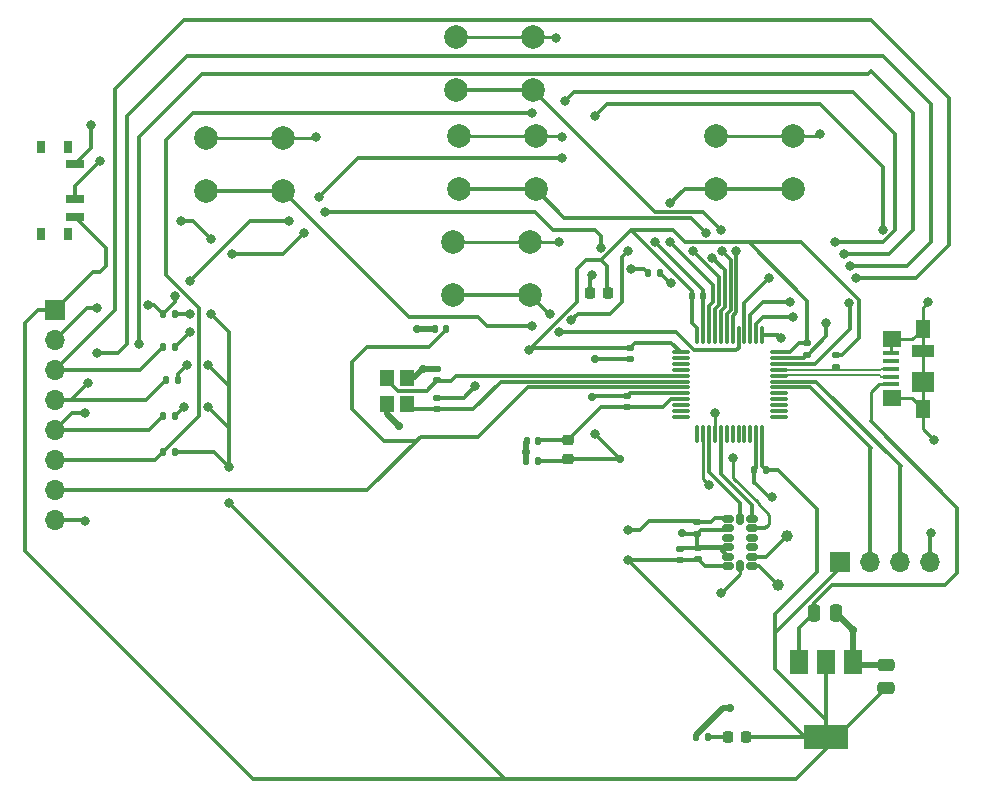
<source format=gbr>
%TF.GenerationSoftware,KiCad,Pcbnew,(6.0.6)*%
%TF.CreationDate,2022-07-21T13:44:36+08:00*%
%TF.ProjectId,graccel_mouse,67726163-6365-46c5-9f6d-6f7573652e6b,v0.1*%
%TF.SameCoordinates,Original*%
%TF.FileFunction,Copper,L1,Top*%
%TF.FilePolarity,Positive*%
%FSLAX46Y46*%
G04 Gerber Fmt 4.6, Leading zero omitted, Abs format (unit mm)*
G04 Created by KiCad (PCBNEW (6.0.6)) date 2022-07-21 13:44:36*
%MOMM*%
%LPD*%
G01*
G04 APERTURE LIST*
G04 Aperture macros list*
%AMRoundRect*
0 Rectangle with rounded corners*
0 $1 Rounding radius*
0 $2 $3 $4 $5 $6 $7 $8 $9 X,Y pos of 4 corners*
0 Add a 4 corners polygon primitive as box body*
4,1,4,$2,$3,$4,$5,$6,$7,$8,$9,$2,$3,0*
0 Add four circle primitives for the rounded corners*
1,1,$1+$1,$2,$3*
1,1,$1+$1,$4,$5*
1,1,$1+$1,$6,$7*
1,1,$1+$1,$8,$9*
0 Add four rect primitives between the rounded corners*
20,1,$1+$1,$2,$3,$4,$5,0*
20,1,$1+$1,$4,$5,$6,$7,0*
20,1,$1+$1,$6,$7,$8,$9,0*
20,1,$1+$1,$8,$9,$2,$3,0*%
G04 Aperture macros list end*
%TA.AperFunction,SMDPad,CuDef*%
%ADD10R,1.380000X0.450000*%
%TD*%
%TA.AperFunction,SMDPad,CuDef*%
%ADD11R,1.900000X1.800000*%
%TD*%
%TA.AperFunction,SMDPad,CuDef*%
%ADD12R,1.300000X1.650000*%
%TD*%
%TA.AperFunction,SMDPad,CuDef*%
%ADD13R,1.550000X1.425000*%
%TD*%
%TA.AperFunction,SMDPad,CuDef*%
%ADD14R,1.900000X1.000000*%
%TD*%
%TA.AperFunction,SMDPad,CuDef*%
%ADD15RoundRect,0.140000X-0.140000X-0.170000X0.140000X-0.170000X0.140000X0.170000X-0.140000X0.170000X0*%
%TD*%
%TA.AperFunction,ComponentPad*%
%ADD16R,1.700000X1.700000*%
%TD*%
%TA.AperFunction,ComponentPad*%
%ADD17O,1.700000X1.700000*%
%TD*%
%TA.AperFunction,SMDPad,CuDef*%
%ADD18RoundRect,0.135000X0.135000X0.185000X-0.135000X0.185000X-0.135000X-0.185000X0.135000X-0.185000X0*%
%TD*%
%TA.AperFunction,SMDPad,CuDef*%
%ADD19R,1.200000X1.400000*%
%TD*%
%TA.AperFunction,SMDPad,CuDef*%
%ADD20R,1.500000X2.000000*%
%TD*%
%TA.AperFunction,SMDPad,CuDef*%
%ADD21R,3.800000X2.000000*%
%TD*%
%TA.AperFunction,SMDPad,CuDef*%
%ADD22RoundRect,0.140000X0.170000X-0.140000X0.170000X0.140000X-0.170000X0.140000X-0.170000X-0.140000X0*%
%TD*%
%TA.AperFunction,SMDPad,CuDef*%
%ADD23RoundRect,0.218750X-0.256250X0.218750X-0.256250X-0.218750X0.256250X-0.218750X0.256250X0.218750X0*%
%TD*%
%TA.AperFunction,ComponentPad*%
%ADD24C,2.000000*%
%TD*%
%TA.AperFunction,SMDPad,CuDef*%
%ADD25RoundRect,0.140000X-0.170000X0.140000X-0.170000X-0.140000X0.170000X-0.140000X0.170000X0.140000X0*%
%TD*%
%TA.AperFunction,SMDPad,CuDef*%
%ADD26RoundRect,0.140000X0.140000X0.170000X-0.140000X0.170000X-0.140000X-0.170000X0.140000X-0.170000X0*%
%TD*%
%TA.AperFunction,SMDPad,CuDef*%
%ADD27RoundRect,0.218750X-0.218750X-0.256250X0.218750X-0.256250X0.218750X0.256250X-0.218750X0.256250X0*%
%TD*%
%TA.AperFunction,SMDPad,CuDef*%
%ADD28RoundRect,0.135000X-0.135000X-0.185000X0.135000X-0.185000X0.135000X0.185000X-0.135000X0.185000X0*%
%TD*%
%TA.AperFunction,SMDPad,CuDef*%
%ADD29C,1.000000*%
%TD*%
%TA.AperFunction,SMDPad,CuDef*%
%ADD30RoundRect,0.135000X-0.185000X0.135000X-0.185000X-0.135000X0.185000X-0.135000X0.185000X0.135000X0*%
%TD*%
%TA.AperFunction,SMDPad,CuDef*%
%ADD31RoundRect,0.250000X-0.250000X-0.475000X0.250000X-0.475000X0.250000X0.475000X-0.250000X0.475000X0*%
%TD*%
%TA.AperFunction,SMDPad,CuDef*%
%ADD32RoundRect,0.225000X0.225000X0.250000X-0.225000X0.250000X-0.225000X-0.250000X0.225000X-0.250000X0*%
%TD*%
%TA.AperFunction,SMDPad,CuDef*%
%ADD33RoundRect,0.250000X0.475000X-0.250000X0.475000X0.250000X-0.475000X0.250000X-0.475000X-0.250000X0*%
%TD*%
%TA.AperFunction,SMDPad,CuDef*%
%ADD34RoundRect,0.075000X-0.662500X-0.075000X0.662500X-0.075000X0.662500X0.075000X-0.662500X0.075000X0*%
%TD*%
%TA.AperFunction,SMDPad,CuDef*%
%ADD35RoundRect,0.075000X-0.075000X-0.662500X0.075000X-0.662500X0.075000X0.662500X-0.075000X0.662500X0*%
%TD*%
%TA.AperFunction,SMDPad,CuDef*%
%ADD36RoundRect,0.150000X-0.325000X-0.150000X0.325000X-0.150000X0.325000X0.150000X-0.325000X0.150000X0*%
%TD*%
%TA.AperFunction,SMDPad,CuDef*%
%ADD37RoundRect,0.150000X-0.150000X-0.325000X0.150000X-0.325000X0.150000X0.325000X-0.150000X0.325000X0*%
%TD*%
%TA.AperFunction,SMDPad,CuDef*%
%ADD38R,0.800000X1.000000*%
%TD*%
%TA.AperFunction,SMDPad,CuDef*%
%ADD39R,1.500000X0.700000*%
%TD*%
%TA.AperFunction,ViaPad*%
%ADD40C,0.800000*%
%TD*%
%TA.AperFunction,ViaPad*%
%ADD41C,0.700000*%
%TD*%
%TA.AperFunction,Conductor*%
%ADD42C,0.250000*%
%TD*%
%TA.AperFunction,Conductor*%
%ADD43C,0.300000*%
%TD*%
%TA.AperFunction,Conductor*%
%ADD44C,0.500000*%
%TD*%
%TA.AperFunction,Conductor*%
%ADD45C,0.200000*%
%TD*%
G04 APERTURE END LIST*
D10*
%TO.P,J1,1,VBUS*%
%TO.N,VBUS*%
X154620000Y-96100000D03*
%TO.P,J1,2,D-*%
%TO.N,/USB_D-*%
X154620000Y-95450000D03*
%TO.P,J1,3,D+*%
%TO.N,/USB_D+*%
X154620000Y-94800000D03*
%TO.P,J1,4,ID*%
%TO.N,unconnected-(J1-Pad4)*%
X154620000Y-94150000D03*
%TO.P,J1,5,GND*%
%TO.N,GND*%
X154620000Y-93500000D03*
D11*
%TO.P,J1,6,Shield*%
X157280000Y-95950000D03*
D12*
X157280000Y-91425000D03*
X157280000Y-98175000D03*
D13*
X154705000Y-97287500D03*
D14*
X157280000Y-93250000D03*
D13*
X154705000Y-92312500D03*
%TD*%
D15*
%TO.P,C7,1*%
%TO.N,+3.3V*%
X137750000Y-88657500D03*
%TO.P,C7,2*%
%TO.N,GND*%
X138710000Y-88657500D03*
%TD*%
D16*
%TO.P,J3,1,Pin_1*%
%TO.N,+3.3V*%
X150300000Y-111190000D03*
D17*
%TO.P,J3,2,Pin_2*%
%TO.N,/USART1_TX*%
X152840000Y-111190000D03*
%TO.P,J3,3,Pin_3*%
%TO.N,/USART1_RX*%
X155380000Y-111190000D03*
%TO.P,J3,4,Pin_4*%
%TO.N,GND*%
X157920000Y-111190000D03*
%TD*%
D18*
%TO.P,R5,1*%
%TO.N,+3.3V*%
X93982000Y-90170000D03*
%TO.P,R5,2*%
%TO.N,/JTMS_SWDIO*%
X92962000Y-90170000D03*
%TD*%
%TO.P,R6,1*%
%TO.N,+3.3V*%
X93982000Y-98806000D03*
%TO.P,R6,2*%
%TO.N,/JTDO*%
X92962000Y-98806000D03*
%TD*%
D19*
%TO.P,Y1,1,1*%
%TO.N,/HSE_IN*%
X111930000Y-95597500D03*
%TO.P,Y1,2,2*%
%TO.N,GND*%
X111930000Y-97797500D03*
%TO.P,Y1,3,3*%
%TO.N,/HSE_OUT*%
X113630000Y-97797500D03*
%TO.P,Y1,4,4*%
%TO.N,GND*%
X113630000Y-95597500D03*
%TD*%
D20*
%TO.P,U1,1,GND*%
%TO.N,GND*%
X151400000Y-119637500D03*
D21*
%TO.P,U1,2,VO*%
%TO.N,+3.3V*%
X149100000Y-125937500D03*
D20*
X149100000Y-119637500D03*
%TO.P,U1,3,VI*%
%TO.N,VBUS*%
X146800000Y-119637500D03*
%TD*%
D22*
%TO.P,C15,1*%
%TO.N,+3.3V*%
X138220000Y-110927500D03*
%TO.P,C15,2*%
%TO.N,GND*%
X138220000Y-109967500D03*
%TD*%
D23*
%TO.P,FB1,1*%
%TO.N,+3.3VA*%
X127200000Y-100860000D03*
%TO.P,FB1,2*%
%TO.N,+3.3V*%
X127200000Y-102435000D03*
%TD*%
D24*
%TO.P,SW4,1,1*%
%TO.N,GND*%
X117990000Y-75110000D03*
X124490000Y-75110000D03*
%TO.P,SW4,2,2*%
%TO.N,/WHEEL_CLICK*%
X117990000Y-79610000D03*
X124490000Y-79610000D03*
%TD*%
D25*
%TO.P,C16,1*%
%TO.N,+3.3V*%
X138160000Y-107807500D03*
%TO.P,C16,2*%
%TO.N,GND*%
X138160000Y-108767500D03*
%TD*%
D26*
%TO.P,C4,1*%
%TO.N,/NRST*%
X116900000Y-91447500D03*
%TO.P,C4,2*%
%TO.N,GND*%
X115940000Y-91447500D03*
%TD*%
D24*
%TO.P,SW5,1,1*%
%TO.N,GND*%
X117540000Y-84080000D03*
X124040000Y-84080000D03*
%TO.P,SW5,2,2*%
%TO.N,/WH_DOWN*%
X124040000Y-88580000D03*
X117540000Y-88580000D03*
%TD*%
D26*
%TO.P,C13,1*%
%TO.N,+3.3V*%
X124670000Y-102617500D03*
%TO.P,C13,2*%
%TO.N,GND*%
X123710000Y-102617500D03*
%TD*%
D27*
%TO.P,D1,1,K*%
%TO.N,/PWR_LED_K*%
X140752500Y-125947500D03*
%TO.P,D1,2,A*%
%TO.N,+3.3V*%
X142327500Y-125947500D03*
%TD*%
D24*
%TO.P,SW6,1,1*%
%TO.N,GND*%
X139750000Y-75050000D03*
X146250000Y-75050000D03*
%TO.P,SW6,2,2*%
%TO.N,/RIGHT_MOUSE*%
X139750000Y-79550000D03*
X146250000Y-79550000D03*
%TD*%
D28*
%TO.P,R4,1*%
%TO.N,/JTCK_SWCLK*%
X92962000Y-92964000D03*
%TO.P,R4,2*%
%TO.N,GND*%
X93982000Y-92964000D03*
%TD*%
D24*
%TO.P,SW2,1,1*%
%TO.N,GND*%
X103100000Y-75270000D03*
X96600000Y-75270000D03*
%TO.P,SW2,2,2*%
%TO.N,/LEFT_MOUSE*%
X96600000Y-79770000D03*
X103100000Y-79770000D03*
%TD*%
D22*
%TO.P,C14,1*%
%TO.N,+3.3V*%
X136690000Y-110980000D03*
%TO.P,C14,2*%
%TO.N,GND*%
X136690000Y-110020000D03*
%TD*%
D25*
%TO.P,C10,1*%
%TO.N,+3.3V*%
X132480000Y-93037500D03*
%TO.P,C10,2*%
%TO.N,GND*%
X132480000Y-93997500D03*
%TD*%
D16*
%TO.P,J2,1,Pin_1*%
%TO.N,+3.3V*%
X83790000Y-89860000D03*
D17*
%TO.P,J2,2,Pin_2*%
%TO.N,/JTMS_SWDIO*%
X83790000Y-92400000D03*
%TO.P,J2,3,Pin_3*%
%TO.N,/JTCK_SWCLK*%
X83790000Y-94940000D03*
%TO.P,J2,4,Pin_4*%
%TO.N,/JTDI*%
X83790000Y-97480000D03*
%TO.P,J2,5,Pin_5*%
%TO.N,/JTDO*%
X83790000Y-100020000D03*
%TO.P,J2,6,Pin_6*%
%TO.N,/NJTRST*%
X83790000Y-102560000D03*
%TO.P,J2,7,Pin_7*%
%TO.N,/NRST*%
X83790000Y-105100000D03*
%TO.P,J2,8,Pin_8*%
%TO.N,GND*%
X83790000Y-107640000D03*
%TD*%
D18*
%TO.P,R1,1*%
%TO.N,/PWR_LED_K*%
X139100000Y-125970000D03*
%TO.P,R1,2*%
%TO.N,GND*%
X138080000Y-125970000D03*
%TD*%
D29*
%TO.P,TP1,1,1*%
%TO.N,Net-(TP1-Pad1)*%
X145000000Y-113130000D03*
%TD*%
D28*
%TO.P,R2,1*%
%TO.N,Net-(R2-Pad1)*%
X134020000Y-86710000D03*
%TO.P,R2,2*%
%TO.N,/BOOT0*%
X135040000Y-86710000D03*
%TD*%
D30*
%TO.P,R3,1*%
%TO.N,+3.3V*%
X149930000Y-93620000D03*
%TO.P,R3,2*%
%TO.N,/USB_D+*%
X149930000Y-94640000D03*
%TD*%
D25*
%TO.P,C8,1*%
%TO.N,+3.3V*%
X147510000Y-92640000D03*
%TO.P,C8,2*%
%TO.N,GND*%
X147510000Y-93600000D03*
%TD*%
D18*
%TO.P,R8,1*%
%TO.N,+3.3V*%
X93982000Y-101854000D03*
%TO.P,R8,2*%
%TO.N,/NJTRST*%
X92962000Y-101854000D03*
%TD*%
D31*
%TO.P,C1,1*%
%TO.N,VBUS*%
X148070000Y-115497500D03*
%TO.P,C1,2*%
%TO.N,GND*%
X149970000Y-115497500D03*
%TD*%
D22*
%TO.P,C5,1*%
%TO.N,/HSE_OUT*%
X116150000Y-98197500D03*
%TO.P,C5,2*%
%TO.N,GND*%
X116150000Y-97237500D03*
%TD*%
D32*
%TO.P,C3,1*%
%TO.N,+3.3V*%
X130640000Y-88400000D03*
%TO.P,C3,2*%
%TO.N,GND*%
X129090000Y-88400000D03*
%TD*%
D29*
%TO.P,TP2,1,1*%
%TO.N,Net-(TP2-Pad1)*%
X145800000Y-108930000D03*
%TD*%
D22*
%TO.P,C11,1*%
%TO.N,+3.3VA*%
X132270000Y-98060000D03*
%TO.P,C11,2*%
%TO.N,GND*%
X132270000Y-97100000D03*
%TD*%
D33*
%TO.P,C6,1*%
%TO.N,+3.3V*%
X154150000Y-121797500D03*
%TO.P,C6,2*%
%TO.N,GND*%
X154150000Y-119897500D03*
%TD*%
D18*
%TO.P,R7,1*%
%TO.N,+3.3V*%
X94236000Y-95758000D03*
%TO.P,R7,2*%
%TO.N,/JTDI*%
X93216000Y-95758000D03*
%TD*%
D34*
%TO.P,U2,1,VBAT*%
%TO.N,+3.3V*%
X136767500Y-93377500D03*
%TO.P,U2,2,PC13*%
%TO.N,unconnected-(U2-Pad2)*%
X136767500Y-93877500D03*
%TO.P,U2,3,PC14*%
%TO.N,unconnected-(U2-Pad3)*%
X136767500Y-94377500D03*
%TO.P,U2,4,PC15*%
%TO.N,unconnected-(U2-Pad4)*%
X136767500Y-94877500D03*
%TO.P,U2,5,PD0*%
%TO.N,/HSE_IN*%
X136767500Y-95377500D03*
%TO.P,U2,6,PD1*%
%TO.N,/HSE_OUT*%
X136767500Y-95877500D03*
%TO.P,U2,7,NRST*%
%TO.N,/NRST*%
X136767500Y-96377500D03*
%TO.P,U2,8,VSSA*%
%TO.N,GND*%
X136767500Y-96877500D03*
%TO.P,U2,9,VDDA*%
%TO.N,+3.3VA*%
X136767500Y-97377500D03*
%TO.P,U2,10,PA0*%
%TO.N,unconnected-(U2-Pad10)*%
X136767500Y-97877500D03*
%TO.P,U2,11,PA1*%
%TO.N,unconnected-(U2-Pad11)*%
X136767500Y-98377500D03*
%TO.P,U2,12,PA2*%
%TO.N,unconnected-(U2-Pad12)*%
X136767500Y-98877500D03*
D35*
%TO.P,U2,13,PA3*%
%TO.N,unconnected-(U2-Pad13)*%
X138180000Y-100290000D03*
%TO.P,U2,14,PA4*%
%TO.N,/SPI1_NSS*%
X138680000Y-100290000D03*
%TO.P,U2,15,PA5*%
%TO.N,/SPI1_SCK*%
X139180000Y-100290000D03*
%TO.P,U2,16,PA6*%
%TO.N,/SPI1_MISO*%
X139680000Y-100290000D03*
%TO.P,U2,17,PA7*%
%TO.N,/SPI1_MOSI*%
X140180000Y-100290000D03*
%TO.P,U2,18,PB0*%
%TO.N,unconnected-(U2-Pad18)*%
X140680000Y-100290000D03*
%TO.P,U2,19,PB1*%
%TO.N,unconnected-(U2-Pad19)*%
X141180000Y-100290000D03*
%TO.P,U2,20,PB2*%
%TO.N,unconnected-(U2-Pad20)*%
X141680000Y-100290000D03*
%TO.P,U2,21,PB10*%
%TO.N,unconnected-(U2-Pad21)*%
X142180000Y-100290000D03*
%TO.P,U2,22,PB11*%
%TO.N,unconnected-(U2-Pad22)*%
X142680000Y-100290000D03*
%TO.P,U2,23,VSS*%
%TO.N,GND*%
X143180000Y-100290000D03*
%TO.P,U2,24,VDD*%
%TO.N,+3.3V*%
X143680000Y-100290000D03*
D34*
%TO.P,U2,25,PB12*%
%TO.N,unconnected-(U2-Pad25)*%
X145092500Y-98877500D03*
%TO.P,U2,26,PB13*%
%TO.N,unconnected-(U2-Pad26)*%
X145092500Y-98377500D03*
%TO.P,U2,27,PB14*%
%TO.N,unconnected-(U2-Pad27)*%
X145092500Y-97877500D03*
%TO.P,U2,28,PB15*%
%TO.N,unconnected-(U2-Pad28)*%
X145092500Y-97377500D03*
%TO.P,U2,29,PA8*%
%TO.N,unconnected-(U2-Pad29)*%
X145092500Y-96877500D03*
%TO.P,U2,30,PA9*%
%TO.N,/USART1_TX*%
X145092500Y-96377500D03*
%TO.P,U2,31,PA10*%
%TO.N,/USART1_RX*%
X145092500Y-95877500D03*
%TO.P,U2,32,PA11*%
%TO.N,/USB_D-*%
X145092500Y-95377500D03*
%TO.P,U2,33,PA12*%
%TO.N,/USB_D+*%
X145092500Y-94877500D03*
%TO.P,U2,34,PA13*%
%TO.N,/JTMS_SWDIO*%
X145092500Y-94377500D03*
%TO.P,U2,35,VSS*%
%TO.N,GND*%
X145092500Y-93877500D03*
%TO.P,U2,36,VDD*%
%TO.N,+3.3V*%
X145092500Y-93377500D03*
D35*
%TO.P,U2,37,PA14*%
%TO.N,/JTCK_SWCLK*%
X143680000Y-91965000D03*
%TO.P,U2,38,PA15*%
%TO.N,/JTDI*%
X143180000Y-91965000D03*
%TO.P,U2,39,PB3*%
%TO.N,/JTDO*%
X142680000Y-91965000D03*
%TO.P,U2,40,PB4*%
%TO.N,/NJTRST*%
X142180000Y-91965000D03*
%TO.P,U2,41,PB5*%
%TO.N,/LEFT_MOUSE*%
X141680000Y-91965000D03*
%TO.P,U2,42,PB6*%
%TO.N,/WH_UP*%
X141180000Y-91965000D03*
%TO.P,U2,43,PB7*%
%TO.N,/WHEEL_CLICK*%
X140680000Y-91965000D03*
%TO.P,U2,44,BOOT0*%
%TO.N,/BOOT0*%
X140180000Y-91965000D03*
%TO.P,U2,45,PB8*%
%TO.N,/WH_DOWN*%
X139680000Y-91965000D03*
%TO.P,U2,46,PB9*%
%TO.N,/RIGHT_MOUSE*%
X139180000Y-91965000D03*
%TO.P,U2,47,VSS*%
%TO.N,GND*%
X138680000Y-91965000D03*
%TO.P,U2,48,VDD*%
%TO.N,+3.3V*%
X138180000Y-91965000D03*
%TD*%
D26*
%TO.P,C12,1*%
%TO.N,+3.3VA*%
X124720000Y-100917500D03*
%TO.P,C12,2*%
%TO.N,GND*%
X123760000Y-100917500D03*
%TD*%
%TO.P,C9,1*%
%TO.N,+3.3V*%
X143980000Y-103357500D03*
%TO.P,C9,2*%
%TO.N,GND*%
X143020000Y-103357500D03*
%TD*%
D36*
%TO.P,U3,1,Vdd_I/O*%
%TO.N,+3.3V*%
X140810000Y-107510000D03*
%TO.P,U3,2,GND*%
%TO.N,GND*%
X140810000Y-108310000D03*
%TO.P,U3,3,RES*%
%TO.N,unconnected-(U3-Pad3)*%
X140810000Y-109110000D03*
%TO.P,U3,4,GND*%
%TO.N,GND*%
X140810000Y-109910000D03*
%TO.P,U3,5,GND*%
X140810000Y-110710000D03*
%TO.P,U3,6,Vs*%
%TO.N,+3.3V*%
X140810000Y-111510000D03*
D37*
%TO.P,U3,7,~{CS}*%
%TO.N,/SPI1_NSS*%
X141810000Y-111510000D03*
D36*
%TO.P,U3,8,INT1*%
%TO.N,Net-(TP1-Pad1)*%
X142810000Y-111510000D03*
%TO.P,U3,9,INT2*%
%TO.N,Net-(TP2-Pad1)*%
X142810000Y-110710000D03*
%TO.P,U3,10,NC*%
%TO.N,unconnected-(U3-Pad10)*%
X142810000Y-109910000D03*
%TO.P,U3,11,RES*%
%TO.N,unconnected-(U3-Pad11)*%
X142810000Y-109110000D03*
%TO.P,U3,12,SDO/ADDR*%
%TO.N,/SPI1_MISO*%
X142810000Y-108310000D03*
%TO.P,U3,13,SDA/SDI/SDIO*%
%TO.N,/SPI1_MOSI*%
X142810000Y-107510000D03*
D37*
%TO.P,U3,14,SCL/SCLK*%
%TO.N,/SPI1_SCK*%
X141810000Y-107510000D03*
%TD*%
D38*
%TO.P,SW1,*%
%TO.N,*%
X82655000Y-76050000D03*
X84865000Y-76050000D03*
X84865000Y-83350000D03*
X82655000Y-83350000D03*
D39*
%TO.P,SW1,1,A*%
%TO.N,GND*%
X85515000Y-77450000D03*
%TO.P,SW1,2,B*%
%TO.N,Net-(R2-Pad1)*%
X85515000Y-80450000D03*
%TO.P,SW1,3,C*%
%TO.N,+3.3V*%
X85515000Y-81950000D03*
%TD*%
D22*
%TO.P,C2,1*%
%TO.N,/HSE_IN*%
X116150000Y-95777500D03*
%TO.P,C2,2*%
%TO.N,GND*%
X116150000Y-94817500D03*
%TD*%
D24*
%TO.P,SW3,1,1*%
%TO.N,GND*%
X117770000Y-66680000D03*
X124270000Y-66680000D03*
%TO.P,SW3,2,2*%
%TO.N,/WH_UP*%
X117770000Y-71180000D03*
X124270000Y-71180000D03*
%TD*%
D40*
%TO.N,GND*%
X158242000Y-100838000D03*
X157734000Y-89154000D03*
X134641977Y-84052023D03*
D41*
X112920000Y-99610000D03*
X140990000Y-123550000D03*
X114490000Y-91430000D03*
D40*
X126238000Y-66802000D03*
D41*
X123710000Y-101800000D03*
D40*
X95250000Y-91694000D03*
X105918000Y-75184000D03*
X126746000Y-75184000D03*
D41*
X129490000Y-93940000D03*
D40*
X157988000Y-108712000D03*
D41*
X136900000Y-108730000D03*
D40*
X86868000Y-74168000D03*
X126492000Y-84074000D03*
D41*
X151400000Y-116927500D03*
X129230000Y-97160000D03*
D40*
X129286000Y-86868000D03*
X86360000Y-107696000D03*
X148590000Y-74930000D03*
D41*
X114922500Y-94817500D03*
D40*
X119380000Y-96266000D03*
X149098000Y-90932000D03*
X144526000Y-105664000D03*
%TO.N,+3.3V*%
X96774000Y-94488000D03*
X96774000Y-98044000D03*
X98552000Y-106172000D03*
X94742000Y-98044000D03*
X123952000Y-93218000D03*
X132334000Y-108458000D03*
X129540000Y-100330000D03*
X132334000Y-110998000D03*
X94996000Y-94488000D03*
X97028000Y-90170000D03*
D41*
X131640000Y-102440000D03*
D40*
X98552000Y-103124000D03*
X95250000Y-90170000D03*
%TO.N,Net-(R2-Pad1)*%
X106680000Y-81534000D03*
X87630000Y-77216000D03*
X132588000Y-86360000D03*
X104902000Y-83312000D03*
X94488000Y-82296000D03*
X97028000Y-83820000D03*
X130026023Y-84560023D03*
X98806000Y-85090000D03*
%TO.N,/BOOT0*%
X139415465Y-85374534D03*
X135995023Y-87524977D03*
%TO.N,/SPI1_NSS*%
X139192000Y-104648000D03*
X140208000Y-113792000D03*
%TO.N,/SPI1_MISO*%
X141224000Y-102362000D03*
X139700000Y-98552000D03*
%TO.N,/JTMS_SWDIO*%
X126746000Y-76962000D03*
X87376000Y-89662000D03*
X129540000Y-73406000D03*
X95250000Y-87376000D03*
X93958023Y-88667977D03*
X103632000Y-82296000D03*
X151057023Y-89226977D03*
X153902023Y-83036023D03*
X106172000Y-80264000D03*
X91694000Y-89408000D03*
%TO.N,/JTCK_SWCLK*%
X151638000Y-87122000D03*
X145288000Y-92202000D03*
%TO.N,/JTDI*%
X146304000Y-90424000D03*
X151130000Y-86106000D03*
X87376000Y-93472000D03*
X86614000Y-96012000D03*
%TO.N,/JTDO*%
X150622000Y-85090000D03*
X146050000Y-89154000D03*
X86360000Y-98552000D03*
X90932000Y-92710000D03*
%TO.N,/NJTRST*%
X149860000Y-84074000D03*
X144272000Y-87122000D03*
X124206000Y-73152000D03*
X127000000Y-72136000D03*
%TO.N,/LEFT_MOUSE*%
X126513977Y-91715977D03*
X124206000Y-91186000D03*
%TO.N,/WH_UP*%
X140208000Y-83058000D03*
X141498559Y-84836000D03*
%TO.N,/WHEEL_CLICK*%
X140249350Y-84823500D03*
X138938000Y-83312000D03*
%TO.N,/WH_DOWN*%
X137816977Y-84836000D03*
X125730000Y-90170000D03*
X127529977Y-90699977D03*
X132334000Y-84836000D03*
%TO.N,/RIGHT_MOUSE*%
X135890000Y-80772000D03*
X135890000Y-84074000D03*
%TD*%
D42*
%TO.N,GND*%
X157280000Y-93250000D02*
X157280000Y-95950000D01*
%TO.N,VBUS*%
X152880000Y-96802000D02*
X152880000Y-99230000D01*
X154620000Y-96100000D02*
X153582000Y-96100000D01*
X153582000Y-96100000D02*
X152880000Y-96802000D01*
%TO.N,GND*%
X154620000Y-92397500D02*
X154705000Y-92312500D01*
X154620000Y-93500000D02*
X154620000Y-92397500D01*
X157280000Y-99876000D02*
X158242000Y-100838000D01*
X157280000Y-98175000D02*
X157280000Y-99876000D01*
X157280000Y-89608000D02*
X157734000Y-89154000D01*
X157280000Y-91425000D02*
X157280000Y-89608000D01*
X156392500Y-92312500D02*
X157280000Y-91425000D01*
X154705000Y-92312500D02*
X156392500Y-92312500D01*
X156392500Y-97287500D02*
X157280000Y-98175000D01*
X154705000Y-97287500D02*
X156392500Y-97287500D01*
X157280000Y-95950000D02*
X157280000Y-98175000D01*
X157280000Y-93250000D02*
X157280000Y-91425000D01*
D43*
%TO.N,VBUS*%
X146800000Y-116767500D02*
X148070000Y-115497500D01*
X160190000Y-112100000D02*
X160190000Y-106540000D01*
X159170000Y-113120000D02*
X160190000Y-112100000D01*
X148070000Y-114620000D02*
X149630000Y-113060000D01*
X159110000Y-113060000D02*
X159170000Y-113120000D01*
X148070000Y-114620000D02*
X148070000Y-115497500D01*
X160190000Y-106540000D02*
X152880000Y-99230000D01*
X146800000Y-116767500D02*
X146800000Y-119637500D01*
X149630000Y-113060000D02*
X159110000Y-113060000D01*
D44*
%TO.N,GND*%
X151400000Y-119637500D02*
X151400000Y-116927500D01*
D43*
X149098000Y-92054965D02*
X149098000Y-90932000D01*
D44*
X115940000Y-91447500D02*
X114507500Y-91447500D01*
D43*
X143180000Y-103197500D02*
X143020000Y-103357500D01*
D44*
X113630000Y-95597500D02*
X114142500Y-95597500D01*
D42*
X139750000Y-75050000D02*
X146250000Y-75050000D01*
D43*
X83790000Y-107640000D02*
X86304000Y-107640000D01*
X138220000Y-109967500D02*
X136742500Y-109967500D01*
D42*
X103100000Y-75270000D02*
X105832000Y-75270000D01*
D43*
X138160000Y-108767500D02*
X138160000Y-109907500D01*
X138680000Y-91965000D02*
X138680000Y-88687500D01*
X136937500Y-108767500D02*
X136900000Y-108730000D01*
X157920000Y-108780000D02*
X157988000Y-108712000D01*
X140810000Y-108310000D02*
X140682500Y-108437500D01*
X85515000Y-77450000D02*
X86868000Y-76097000D01*
X118408500Y-97237500D02*
X119380000Y-96266000D01*
X138710000Y-88120046D02*
X134641977Y-84052023D01*
D42*
X126486000Y-84080000D02*
X126492000Y-84074000D01*
D43*
X116150000Y-97237500D02*
X118408500Y-97237500D01*
X145092500Y-93877500D02*
X147232500Y-93877500D01*
D44*
X114922500Y-94817500D02*
X116150000Y-94817500D01*
X149970000Y-115497500D02*
X151400000Y-116927500D01*
D43*
X140810000Y-109910000D02*
X138277500Y-109910000D01*
D42*
X117540000Y-84080000D02*
X124040000Y-84080000D01*
D44*
X123710000Y-101800000D02*
X123710000Y-100967500D01*
D43*
X143050000Y-104470000D02*
X144244000Y-105664000D01*
D44*
X138080000Y-125970000D02*
X138080000Y-125842685D01*
D42*
X124270000Y-66680000D02*
X126116000Y-66680000D01*
D43*
X132270000Y-97100000D02*
X132492500Y-96877500D01*
X138710000Y-88657500D02*
X138710000Y-88120046D01*
X140067500Y-109967500D02*
X138220000Y-109967500D01*
D44*
X123710000Y-100967500D02*
X123760000Y-100917500D01*
D43*
X86304000Y-107640000D02*
X86360000Y-107696000D01*
X136742500Y-109967500D02*
X136690000Y-110020000D01*
X147510000Y-93600000D02*
X147552965Y-93600000D01*
D44*
X140372685Y-123550000D02*
X140990000Y-123550000D01*
X138080000Y-125842685D02*
X140372685Y-123550000D01*
D43*
X147232500Y-93877500D02*
X147510000Y-93600000D01*
X93982000Y-92962000D02*
X95250000Y-91694000D01*
X132480000Y-93997500D02*
X129547500Y-93997500D01*
X138680000Y-88687500D02*
X138710000Y-88657500D01*
X138160000Y-109907500D02*
X138220000Y-109967500D01*
D44*
X151660000Y-119897500D02*
X151400000Y-119637500D01*
D43*
X140810000Y-110710000D02*
X140067500Y-109967500D01*
D44*
X114507500Y-91447500D02*
X114490000Y-91430000D01*
D42*
X126116000Y-66680000D02*
X126238000Y-66802000D01*
D43*
X140682500Y-108437500D02*
X138490000Y-108437500D01*
D44*
X111930000Y-97797500D02*
X111930000Y-98620000D01*
X154150000Y-119897500D02*
X151660000Y-119897500D01*
D43*
X157920000Y-111190000D02*
X157920000Y-108780000D01*
X129090000Y-87064000D02*
X129286000Y-86868000D01*
D42*
X124490000Y-75110000D02*
X126672000Y-75110000D01*
X105832000Y-75270000D02*
X105918000Y-75184000D01*
D43*
X93982000Y-92964000D02*
X93982000Y-92962000D01*
X143020000Y-103357500D02*
X143020000Y-104440000D01*
D42*
X126672000Y-75110000D02*
X126746000Y-75184000D01*
X124040000Y-84080000D02*
X126486000Y-84080000D01*
D43*
X138277500Y-109910000D02*
X138220000Y-109967500D01*
D42*
X148470000Y-75050000D02*
X148590000Y-74930000D01*
X117770000Y-66680000D02*
X124270000Y-66680000D01*
D43*
X129090000Y-88400000D02*
X129090000Y-87064000D01*
X86868000Y-76097000D02*
X86868000Y-74168000D01*
D42*
X117990000Y-75110000D02*
X124490000Y-75110000D01*
D43*
X144244000Y-105664000D02*
X144526000Y-105664000D01*
X147552965Y-93600000D02*
X149098000Y-92054965D01*
X143020000Y-104440000D02*
X143050000Y-104470000D01*
D42*
X96600000Y-75270000D02*
X103100000Y-75270000D01*
D43*
X138160000Y-108767500D02*
X136937500Y-108767500D01*
D42*
X146250000Y-75050000D02*
X148470000Y-75050000D01*
D44*
X111930000Y-98620000D02*
X112920000Y-99610000D01*
D43*
X132492500Y-96877500D02*
X136767500Y-96877500D01*
X129547500Y-93997500D02*
X129490000Y-93940000D01*
D44*
X123710000Y-102617500D02*
X123710000Y-101800000D01*
D43*
X129290000Y-97100000D02*
X129230000Y-97160000D01*
X132270000Y-97100000D02*
X129290000Y-97100000D01*
X143180000Y-100290000D02*
X143180000Y-103197500D01*
D44*
X114142500Y-95597500D02*
X114922500Y-94817500D01*
D43*
X138490000Y-108437500D02*
X138160000Y-108767500D01*
%TO.N,/HSE_IN*%
X117752500Y-95377500D02*
X117320000Y-95810000D01*
X136767500Y-95377500D02*
X117752500Y-95377500D01*
X116182500Y-95810000D02*
X116150000Y-95777500D01*
X111930000Y-95760000D02*
X111930000Y-95597500D01*
X115280000Y-96647500D02*
X112817500Y-96647500D01*
X112817500Y-96647500D02*
X111930000Y-95760000D01*
X116150000Y-95777500D02*
X115280000Y-96647500D01*
X117320000Y-95810000D02*
X116182500Y-95810000D01*
%TO.N,+3.3V*%
X138160000Y-107807500D02*
X139334500Y-107807500D01*
X149100000Y-125937500D02*
X147273500Y-125937500D01*
X131640000Y-102430000D02*
X129540000Y-100330000D01*
X123952000Y-93218000D02*
X124132500Y-93037500D01*
X133350000Y-108458000D02*
X134112000Y-107696000D01*
X132334000Y-108458000D02*
X133350000Y-108458000D01*
X149930000Y-93620000D02*
X150474000Y-93620000D01*
X130556000Y-88316000D02*
X130640000Y-88400000D01*
X93982000Y-101854000D02*
X97282000Y-101854000D01*
X100584000Y-129540000D02*
X122936000Y-129540000D01*
X130048000Y-85598000D02*
X132588000Y-83058000D01*
X144800000Y-117182894D02*
X150300000Y-111682894D01*
X145092500Y-93377500D02*
X146062500Y-93377500D01*
X127200000Y-102435000D02*
X131635000Y-102435000D01*
X138048500Y-107696000D02*
X138160000Y-107807500D01*
X97028000Y-90170000D02*
X98552000Y-91694000D01*
X146800000Y-92640000D02*
X147510000Y-92640000D01*
X136144000Y-83058000D02*
X137160000Y-84074000D01*
X83790000Y-89860000D02*
X87036000Y-86614000D01*
X128778000Y-85598000D02*
X130048000Y-85598000D01*
X98552000Y-91694000D02*
X98552000Y-97282000D01*
X147273500Y-125937500D02*
X132334000Y-110998000D01*
X88138000Y-86106000D02*
X88138000Y-84573000D01*
X81280000Y-90932000D02*
X81280000Y-110236000D01*
X93982000Y-98806000D02*
X93982000Y-98804000D01*
X143680000Y-103057500D02*
X143980000Y-103357500D01*
X135980000Y-92590000D02*
X132927500Y-92590000D01*
X130048000Y-85598000D02*
X130556000Y-86106000D01*
X83790000Y-89860000D02*
X82352000Y-89860000D01*
X143680000Y-100290000D02*
X143680000Y-103057500D01*
X138167500Y-110980000D02*
X138220000Y-110927500D01*
X93982000Y-98804000D02*
X94742000Y-98044000D01*
X137750000Y-88220000D02*
X132588000Y-83058000D01*
X145013500Y-103357500D02*
X143980000Y-103357500D01*
X122936000Y-129540000D02*
X146558000Y-129540000D01*
X139700000Y-107442000D02*
X140742000Y-107442000D01*
X148336000Y-112014000D02*
X148336000Y-106680000D01*
X124132500Y-93037500D02*
X132480000Y-93037500D01*
X93982000Y-90170000D02*
X95250000Y-90170000D01*
X151892000Y-89002000D02*
X146964000Y-84074000D01*
X123952000Y-93218000D02*
X128016000Y-89154000D01*
X98552000Y-99822000D02*
X98552000Y-100584000D01*
X134112000Y-107696000D02*
X138048500Y-107696000D01*
X96774000Y-98044000D02*
X98552000Y-99822000D01*
X147510000Y-89040000D02*
X147510000Y-92640000D01*
X88138000Y-84573000D02*
X85515000Y-81950000D01*
X146964000Y-84074000D02*
X142544000Y-84074000D01*
X149100000Y-124520000D02*
X144800000Y-120220000D01*
X124670000Y-102617500D02*
X127017500Y-102617500D01*
X94236000Y-95758000D02*
X94236000Y-95248000D01*
X144800000Y-120220000D02*
X144800000Y-117182894D01*
X121920000Y-129540000D02*
X122936000Y-129540000D01*
X151892000Y-92202000D02*
X151892000Y-89002000D01*
X136690000Y-110980000D02*
X138167500Y-110980000D01*
X137160000Y-84074000D02*
X142544000Y-84074000D01*
X132588000Y-83058000D02*
X136144000Y-83058000D01*
X136767500Y-93377500D02*
X136695000Y-93305000D01*
X150300000Y-111682894D02*
X150300000Y-111190000D01*
X94236000Y-95248000D02*
X94996000Y-94488000D01*
X150474000Y-93620000D02*
X151892000Y-92202000D01*
X137750000Y-88657500D02*
X137750000Y-88220000D01*
X146062500Y-93377500D02*
X146800000Y-92640000D01*
X149100000Y-126998000D02*
X149100000Y-125937500D01*
X149100000Y-125937500D02*
X149100000Y-124520000D01*
X98552000Y-106172000D02*
X121920000Y-129540000D01*
X137740000Y-90900000D02*
X137740000Y-88667500D01*
X131635000Y-102435000D02*
X131640000Y-102440000D01*
X139334500Y-107807500D02*
X139700000Y-107442000D01*
X132927500Y-92590000D02*
X132480000Y-93037500D01*
X87036000Y-86614000D02*
X87630000Y-86614000D01*
X137740000Y-88667500D02*
X137750000Y-88657500D01*
X136695000Y-93305000D02*
X135980000Y-92590000D01*
X98552000Y-96266000D02*
X98552000Y-97282000D01*
X97282000Y-101854000D02*
X98552000Y-103124000D01*
X138802500Y-111510000D02*
X140810000Y-111510000D01*
X132352000Y-110980000D02*
X136690000Y-110980000D01*
X127017500Y-102617500D02*
X127200000Y-102435000D01*
X144800000Y-115550000D02*
X148336000Y-112014000D01*
X98552000Y-102616000D02*
X98552000Y-103124000D01*
X128016000Y-89154000D02*
X128016000Y-86360000D01*
X81280000Y-110236000D02*
X100584000Y-129540000D01*
X96774000Y-94488000D02*
X98552000Y-96266000D01*
X130556000Y-86106000D02*
X130556000Y-88316000D01*
X142337500Y-125937500D02*
X149100000Y-125937500D01*
X87630000Y-86614000D02*
X88138000Y-86106000D01*
X148336000Y-106680000D02*
X145013500Y-103357500D01*
X142544000Y-84074000D02*
X147510000Y-89040000D01*
X149100000Y-119637500D02*
X149100000Y-125937500D01*
X132334000Y-110998000D02*
X132352000Y-110980000D01*
X138220000Y-110927500D02*
X138802500Y-111510000D01*
X142327500Y-125947500D02*
X142337500Y-125937500D01*
X138180000Y-91965000D02*
X138180000Y-91340000D01*
X98552000Y-97282000D02*
X98552000Y-100584000D01*
X146558000Y-129540000D02*
X149100000Y-126998000D01*
X131640000Y-102440000D02*
X131640000Y-102430000D01*
X138180000Y-91340000D02*
X137740000Y-90900000D01*
X82352000Y-89860000D02*
X81280000Y-90932000D01*
X144800000Y-117182894D02*
X144800000Y-115550000D01*
X140742000Y-107442000D02*
X140810000Y-107510000D01*
X150010000Y-125937500D02*
X154150000Y-121797500D01*
X128016000Y-86360000D02*
X128778000Y-85598000D01*
X98552000Y-100584000D02*
X98552000Y-102616000D01*
%TO.N,/NRST*%
X114787233Y-100563233D02*
X119654767Y-100563233D01*
X116900000Y-91490465D02*
X115430465Y-92960000D01*
X114440466Y-100910000D02*
X114660233Y-100690233D01*
X110260000Y-92960000D02*
X108980000Y-94240000D01*
X83790000Y-105100000D02*
X110250466Y-105100000D01*
X119654767Y-100563233D02*
X123840500Y-96377500D01*
X111700000Y-100910000D02*
X114440466Y-100910000D01*
X123840500Y-96377500D02*
X136767500Y-96377500D01*
X115430465Y-92960000D02*
X110260000Y-92960000D01*
X108980000Y-98190000D02*
X111700000Y-100910000D01*
X108980000Y-94240000D02*
X108980000Y-98190000D01*
X114660233Y-100690233D02*
X114787233Y-100563233D01*
X110250466Y-105100000D02*
X114787233Y-100563233D01*
X116900000Y-91447500D02*
X116900000Y-91490465D01*
%TO.N,/HSE_OUT*%
X114030000Y-98197500D02*
X113630000Y-97797500D01*
X121546500Y-95877500D02*
X136974607Y-95877500D01*
X116150000Y-98197500D02*
X119226500Y-98197500D01*
X116150000Y-98197500D02*
X114030000Y-98197500D01*
X119226500Y-98197500D02*
X121546500Y-95877500D01*
%TO.N,+3.3VA*%
X130000000Y-98060000D02*
X127200000Y-100860000D01*
X127200000Y-100860000D02*
X124777500Y-100860000D01*
X136767500Y-97377500D02*
X135928959Y-97377500D01*
X135246459Y-98060000D02*
X132270000Y-98060000D01*
X135928959Y-97377500D02*
X135246459Y-98060000D01*
X124777500Y-100860000D02*
X124720000Y-100917500D01*
X132270000Y-98060000D02*
X130000000Y-98060000D01*
%TO.N,/PWR_LED_K*%
X140752500Y-125947500D02*
X139122500Y-125947500D01*
X139122500Y-125947500D02*
X139100000Y-125970000D01*
D45*
%TO.N,/USB_D-*%
X153755000Y-95450000D02*
X153655000Y-95350000D01*
X145092500Y-95377500D02*
X145117499Y-95352501D01*
X145117499Y-95352501D02*
X153455500Y-95352500D01*
X154180000Y-95450000D02*
X153755000Y-95450000D01*
X153655000Y-95350000D02*
X153455500Y-95350000D01*
%TO.N,/USB_D+*%
X145092500Y-94877500D02*
X145117499Y-94902499D01*
X153755000Y-94800000D02*
X153655000Y-94900000D01*
X154180000Y-94800000D02*
X153755000Y-94800000D01*
X153655000Y-94900000D02*
X153455500Y-94900000D01*
X145117499Y-94902499D02*
X153455500Y-94902500D01*
D43*
%TO.N,/USART1_TX*%
X145092500Y-96377500D02*
X147757500Y-96377500D01*
X152880000Y-101500000D02*
X152840000Y-101540000D01*
X147757500Y-96377500D02*
X152880000Y-101500000D01*
X152840000Y-101540000D02*
X152840000Y-111190000D01*
%TO.N,/USART1_RX*%
X155380000Y-103090000D02*
X155380000Y-111190000D01*
X148247500Y-95877500D02*
X155420000Y-103050000D01*
X145092500Y-95877500D02*
X148247500Y-95877500D01*
X155420000Y-103050000D02*
X155380000Y-103090000D01*
%TO.N,Net-(R2-Pad1)*%
X95504000Y-82296000D02*
X97028000Y-83820000D01*
X125984000Y-83058000D02*
X129540000Y-83058000D01*
X130026023Y-83544023D02*
X130026023Y-84560023D01*
X98806000Y-85090000D02*
X103124000Y-85090000D01*
X106680000Y-81534000D02*
X124460000Y-81534000D01*
X103124000Y-85090000D02*
X104902000Y-83312000D01*
X125730000Y-82804000D02*
X125984000Y-83058000D01*
X129540000Y-83058000D02*
X130026023Y-83544023D01*
X133670000Y-86360000D02*
X134020000Y-86710000D01*
X132588000Y-86360000D02*
X133670000Y-86360000D01*
X94488000Y-82296000D02*
X95504000Y-82296000D01*
X124460000Y-81534000D02*
X125730000Y-82804000D01*
X85515000Y-80450000D02*
X85515000Y-79331000D01*
X85515000Y-79331000D02*
X87630000Y-77216000D01*
%TO.N,/BOOT0*%
X135854977Y-87524977D02*
X135040000Y-86710000D01*
X135995023Y-87524977D02*
X135854977Y-87524977D01*
X140180000Y-89915564D02*
X140498559Y-89597005D01*
X140180000Y-91965000D02*
X140180000Y-89915564D01*
X140498559Y-86457628D02*
X139415465Y-85374534D01*
X140498559Y-89597005D02*
X140498559Y-86457628D01*
D42*
%TO.N,/SPI1_NSS*%
X140208000Y-113792000D02*
X141810000Y-112190000D01*
X138680000Y-104136000D02*
X139192000Y-104648000D01*
X141810000Y-112190000D02*
X141810000Y-111510000D01*
X138680000Y-100290000D02*
X138680000Y-104136000D01*
D43*
%TO.N,/SPI1_SCK*%
X139180000Y-103537106D02*
X139180000Y-100290000D01*
X141810000Y-106167106D02*
X139180000Y-103537106D01*
X141810000Y-107510000D02*
X141810000Y-106167106D01*
D42*
%TO.N,/SPI1_MISO*%
X144272000Y-107159000D02*
X144272000Y-107950000D01*
X143285000Y-106113248D02*
X143285000Y-106172000D01*
X139680000Y-100290000D02*
X139680000Y-98572000D01*
D43*
X142810000Y-108310000D02*
X143912000Y-108310000D01*
D42*
X141224000Y-104052248D02*
X143285000Y-106113248D01*
X144272000Y-107950000D02*
X144018000Y-108204000D01*
X139680000Y-98572000D02*
X139700000Y-98552000D01*
X141224000Y-102362000D02*
X141224000Y-104052248D01*
X143285000Y-106172000D02*
X144272000Y-107159000D01*
D43*
X143912000Y-108310000D02*
X144018000Y-108204000D01*
%TO.N,/SPI1_MOSI*%
X142810000Y-106310000D02*
X140180000Y-103680000D01*
X142810000Y-107510000D02*
X142810000Y-106310000D01*
X140180000Y-103680000D02*
X140180000Y-100290000D01*
%TO.N,Net-(TP1-Pad1)*%
X143380000Y-111510000D02*
X145000000Y-113130000D01*
X142810000Y-111510000D02*
X143380000Y-111510000D01*
%TO.N,Net-(TP2-Pad1)*%
X144020000Y-110710000D02*
X145800000Y-108930000D01*
X142810000Y-110710000D02*
X144020000Y-110710000D01*
%TO.N,/JTMS_SWDIO*%
X151130000Y-91414106D02*
X151130000Y-89154000D01*
X86528000Y-89662000D02*
X87376000Y-89662000D01*
X103632000Y-82296000D02*
X100330000Y-82296000D01*
X93958023Y-89173977D02*
X92962000Y-90170000D01*
X83790000Y-92400000D02*
X86528000Y-89662000D01*
X145092500Y-94377500D02*
X148166606Y-94377500D01*
X130048000Y-72898000D02*
X129540000Y-73406000D01*
X109474000Y-76962000D02*
X106172000Y-80264000D01*
X91694000Y-89408000D02*
X92200000Y-89408000D01*
X93958023Y-88667977D02*
X93958023Y-89173977D01*
X92200000Y-89408000D02*
X92962000Y-90170000D01*
X148590000Y-72390000D02*
X130556000Y-72390000D01*
X130556000Y-72390000D02*
X130048000Y-72898000D01*
X151130000Y-89154000D02*
X151057023Y-89226977D01*
X153902023Y-83036023D02*
X153902023Y-77702023D01*
X148166606Y-94377500D02*
X151130000Y-91414106D01*
X153902023Y-77702023D02*
X148590000Y-72390000D01*
X100330000Y-82296000D02*
X95250000Y-87376000D01*
X126746000Y-76962000D02*
X109474000Y-76962000D01*
%TO.N,/JTCK_SWCLK*%
X94742000Y-65278000D02*
X88900000Y-71120000D01*
X90986000Y-94940000D02*
X92962000Y-92964000D01*
X83790000Y-94940000D02*
X90986000Y-94940000D01*
X152908000Y-65278000D02*
X94742000Y-65278000D01*
X156718000Y-87122000D02*
X159512000Y-84328000D01*
X88900000Y-89830000D02*
X83790000Y-94940000D01*
X145051000Y-91965000D02*
X145288000Y-92202000D01*
X159512000Y-84328000D02*
X159512000Y-71882000D01*
X159512000Y-71882000D02*
X152908000Y-65278000D01*
X143680000Y-91965000D02*
X145051000Y-91965000D01*
X88900000Y-71120000D02*
X88900000Y-89830000D01*
X151638000Y-87122000D02*
X156718000Y-87122000D01*
%TO.N,/JTDI*%
X94996000Y-68326000D02*
X91440000Y-71882000D01*
X85146000Y-97480000D02*
X83790000Y-97480000D01*
X143180000Y-91008000D02*
X143510000Y-90678000D01*
X153924000Y-68326000D02*
X113284000Y-68326000D01*
X143180000Y-91965000D02*
X143180000Y-91008000D01*
X86614000Y-96012000D02*
X85146000Y-97480000D01*
X143764000Y-90424000D02*
X146304000Y-90424000D01*
X157988000Y-72390000D02*
X153924000Y-68326000D01*
X113284000Y-68326000D02*
X94996000Y-68326000D01*
X91494000Y-97480000D02*
X93216000Y-95758000D01*
X89154000Y-93472000D02*
X87376000Y-93472000D01*
X91440000Y-71882000D02*
X89916000Y-73406000D01*
X143510000Y-90678000D02*
X143764000Y-90424000D01*
X151130000Y-86106000D02*
X155956000Y-86106000D01*
X89916000Y-73406000D02*
X89916000Y-92710000D01*
X83790000Y-97480000D02*
X91494000Y-97480000D01*
X89916000Y-92710000D02*
X89154000Y-93472000D01*
X157988000Y-84074000D02*
X157988000Y-72390000D01*
X155956000Y-86106000D02*
X157988000Y-84074000D01*
%TO.N,/JTDO*%
X142680000Y-91965000D02*
X142680000Y-90238000D01*
X143764000Y-89154000D02*
X146050000Y-89154000D01*
X96286000Y-69830000D02*
X91694000Y-74422000D01*
X85258000Y-98552000D02*
X83790000Y-100020000D01*
X150622000Y-85090000D02*
X154432000Y-85090000D01*
X152908000Y-69596000D02*
X152674000Y-69830000D01*
X91694000Y-74422000D02*
X90932000Y-75184000D01*
X154432000Y-85090000D02*
X156464000Y-83058000D01*
X86360000Y-98552000D02*
X85258000Y-98552000D01*
X142680000Y-90238000D02*
X143764000Y-89154000D01*
X91748000Y-100020000D02*
X92962000Y-98806000D01*
X90932000Y-75184000D02*
X90932000Y-92710000D01*
X83790000Y-100020000D02*
X91748000Y-100020000D01*
X156464000Y-73152000D02*
X152908000Y-69596000D01*
X152674000Y-69830000D02*
X96286000Y-69830000D01*
X156464000Y-83058000D02*
X156464000Y-73152000D01*
%TO.N,/NJTRST*%
X93218000Y-86868000D02*
X96012000Y-89662000D01*
X154940000Y-74930000D02*
X151384000Y-71374000D01*
X124206000Y-73152000D02*
X95504000Y-73152000D01*
X153924000Y-84074000D02*
X154940000Y-83058000D01*
X149860000Y-84074000D02*
X153924000Y-84074000D01*
X154940000Y-83058000D02*
X154940000Y-74930000D01*
X151384000Y-71374000D02*
X127762000Y-71374000D01*
X92256000Y-102560000D02*
X92962000Y-101854000D01*
X142180000Y-91965000D02*
X142180000Y-89214000D01*
X93218000Y-75438000D02*
X93218000Y-86868000D01*
X142180000Y-89214000D02*
X144272000Y-87122000D01*
X127762000Y-71374000D02*
X127000000Y-72136000D01*
X95504000Y-73152000D02*
X93218000Y-75438000D01*
X83790000Y-102560000D02*
X92256000Y-102560000D01*
X96012000Y-98804000D02*
X92962000Y-101854000D01*
X96012000Y-89662000D02*
X96012000Y-98804000D01*
%TO.N,/LEFT_MOUSE*%
X136652000Y-91948000D02*
X136419977Y-91715977D01*
X141478000Y-93218000D02*
X137946541Y-93218000D01*
X124206000Y-91186000D02*
X120396000Y-91186000D01*
X137946541Y-93218000D02*
X137184541Y-92456000D01*
X137160000Y-92456000D02*
X136652000Y-91948000D01*
X141680000Y-91965000D02*
X141680000Y-93016000D01*
X120396000Y-91186000D02*
X119634000Y-90424000D01*
X96600000Y-79770000D02*
X103100000Y-79770000D01*
X141680000Y-93016000D02*
X141478000Y-93218000D01*
X119634000Y-90424000D02*
X113754000Y-90424000D01*
X113754000Y-90424000D02*
X103100000Y-79770000D01*
X136419977Y-91715977D02*
X126513977Y-91715977D01*
X137184541Y-92456000D02*
X137160000Y-92456000D01*
%TO.N,/WH_UP*%
X134612000Y-81522000D02*
X124270000Y-71180000D01*
X141498559Y-90011217D02*
X141498559Y-84836000D01*
X138672000Y-81522000D02*
X134612000Y-81522000D01*
X141180000Y-90329776D02*
X141498559Y-90011217D01*
X140208000Y-83058000D02*
X138672000Y-81522000D01*
X141180000Y-91965000D02*
X141180000Y-90329776D01*
X117770000Y-71180000D02*
X124270000Y-71180000D01*
%TO.N,/WHEEL_CLICK*%
X140680000Y-90122670D02*
X140998559Y-89804111D01*
X138938000Y-83312000D02*
X137668000Y-82042000D01*
X137668000Y-82042000D02*
X126922000Y-82042000D01*
X126922000Y-82042000D02*
X124490000Y-79610000D01*
X140680000Y-91965000D02*
X140680000Y-90122670D01*
X117990000Y-79610000D02*
X124490000Y-79610000D01*
X140998559Y-89804111D02*
X140998559Y-85572709D01*
X140998559Y-85572709D02*
X140249350Y-84823500D01*
%TO.N,/WH_DOWN*%
X131826000Y-85344000D02*
X132334000Y-84836000D01*
X125630000Y-90170000D02*
X124040000Y-88580000D01*
X130302000Y-90170000D02*
X128059954Y-90170000D01*
X131826000Y-86614000D02*
X131826000Y-89154000D01*
X139998559Y-87017582D02*
X137816977Y-84836000D01*
X139998559Y-89389899D02*
X139998559Y-87017582D01*
X131826000Y-89154000D02*
X130810000Y-90170000D01*
X131826000Y-86614000D02*
X131826000Y-85344000D01*
X125730000Y-90170000D02*
X125630000Y-90170000D01*
X124040000Y-88580000D02*
X117540000Y-88580000D01*
X139680000Y-91965000D02*
X139680000Y-89708458D01*
X130810000Y-90170000D02*
X130302000Y-90170000D01*
X139680000Y-89708458D02*
X139998559Y-89389899D01*
X128059954Y-90170000D02*
X127529977Y-90699977D01*
%TO.N,/RIGHT_MOUSE*%
X139180000Y-91965000D02*
X139180000Y-89501352D01*
X139498559Y-87682559D02*
X135890000Y-84074000D01*
X139750000Y-79550000D02*
X146250000Y-79550000D01*
X139498559Y-89182793D02*
X139498559Y-87682559D01*
X139180000Y-89501352D02*
X139498559Y-89182793D01*
X137112000Y-79550000D02*
X139750000Y-79550000D01*
X135890000Y-80772000D02*
X137112000Y-79550000D01*
%TD*%
M02*

</source>
